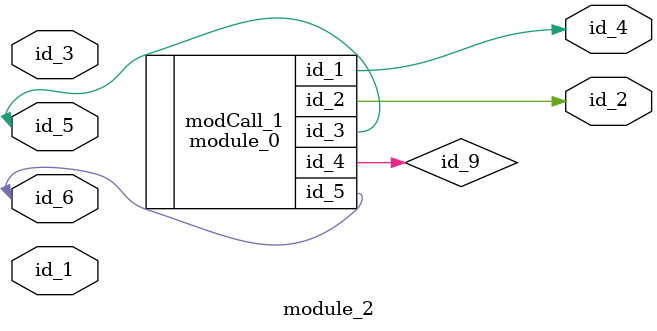
<source format=v>
module module_0 (
    id_1,
    id_2,
    id_3,
    id_4,
    id_5
);
  inout wire id_5;
  output wire id_4;
  inout wire id_3;
  output wire id_2;
  output wire id_1;
endmodule
module module_1 (
    input tri id_0,
    input wor id_1
);
  wire id_3;
  module_0 modCall_1 (
      id_3,
      id_3,
      id_3,
      id_3,
      id_3
  );
  assign modCall_1.id_2 = 0;
endmodule
module module_2 (
    id_1,
    id_2,
    id_3,
    id_4,
    id_5,
    id_6
);
  inout wire id_6;
  inout wire id_5;
  output wire id_4;
  inout wire id_3;
  output wire id_2;
  input wire id_1;
  wire id_7;
  genvar id_8;
  wire id_9;
  module_0 modCall_1 (
      id_4,
      id_2,
      id_5,
      id_9,
      id_6
  );
endmodule

</source>
